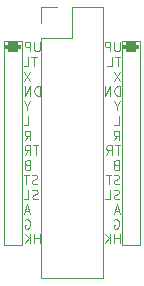
<source format=gbr>
%TF.GenerationSoftware,KiCad,Pcbnew,7.0.1*%
%TF.CreationDate,2023-04-02T01:17:48+09:00*%
%TF.ProjectId,joystick_gpio_input_1p_rasp_part,6a6f7973-7469-4636-9b5f-6770696f5f69,2*%
%TF.SameCoordinates,PX8841978PY69edb98*%
%TF.FileFunction,Legend,Bot*%
%TF.FilePolarity,Positive*%
%FSLAX46Y46*%
G04 Gerber Fmt 4.6, Leading zero omitted, Abs format (unit mm)*
G04 Created by KiCad (PCBNEW 7.0.1) date 2023-04-02 01:17:48*
%MOMM*%
%LPD*%
G01*
G04 APERTURE LIST*
G04 Aperture macros list*
%AMRoundRect*
0 Rectangle with rounded corners*
0 $1 Rounding radius*
0 $2 $3 $4 $5 $6 $7 $8 $9 X,Y pos of 4 corners*
0 Add a 4 corners polygon primitive as box body*
4,1,4,$2,$3,$4,$5,$6,$7,$8,$9,$2,$3,0*
0 Add four circle primitives for the rounded corners*
1,1,$1+$1,$2,$3*
1,1,$1+$1,$4,$5*
1,1,$1+$1,$6,$7*
1,1,$1+$1,$8,$9*
0 Add four rect primitives between the rounded corners*
20,1,$1+$1,$2,$3,$4,$5,0*
20,1,$1+$1,$4,$5,$6,$7,0*
20,1,$1+$1,$6,$7,$8,$9,0*
20,1,$1+$1,$8,$9,$2,$3,0*%
G04 Aperture macros list end*
%ADD10C,0.100000*%
%ADD11C,0.120000*%
%ADD12RoundRect,0.200000X-0.450000X0.200000X-0.450000X-0.200000X0.450000X-0.200000X0.450000X0.200000X0*%
%ADD13O,1.300000X0.800000*%
%ADD14R,1.700000X1.700000*%
%ADD15O,1.700000X1.700000*%
G04 APERTURE END LIST*
D10*
%TO.C,J8*%
X9398076Y5436010D02*
X9474266Y5474105D01*
X9474266Y5474105D02*
X9588552Y5474105D01*
X9588552Y5474105D02*
X9702838Y5436010D01*
X9702838Y5436010D02*
X9779028Y5359820D01*
X9779028Y5359820D02*
X9817123Y5283629D01*
X9817123Y5283629D02*
X9855219Y5131248D01*
X9855219Y5131248D02*
X9855219Y5016962D01*
X9855219Y5016962D02*
X9817123Y4864581D01*
X9817123Y4864581D02*
X9779028Y4788391D01*
X9779028Y4788391D02*
X9702838Y4712200D01*
X9702838Y4712200D02*
X9588552Y4674105D01*
X9588552Y4674105D02*
X9512361Y4674105D01*
X9512361Y4674105D02*
X9398076Y4712200D01*
X9398076Y4712200D02*
X9359980Y4750296D01*
X9359980Y4750296D02*
X9359980Y5016962D01*
X9359980Y5016962D02*
X9512361Y5016962D01*
X9931409Y11722505D02*
X9474266Y11722505D01*
X9702838Y10922505D02*
X9702838Y11722505D01*
X8750456Y10922505D02*
X9017123Y11303458D01*
X9207599Y10922505D02*
X9207599Y11722505D01*
X9207599Y11722505D02*
X8902837Y11722505D01*
X8902837Y11722505D02*
X8826647Y11684410D01*
X8826647Y11684410D02*
X8788552Y11646315D01*
X8788552Y11646315D02*
X8750456Y11570124D01*
X8750456Y11570124D02*
X8750456Y11455839D01*
X8750456Y11455839D02*
X8788552Y11379648D01*
X8788552Y11379648D02*
X8826647Y11341553D01*
X8826647Y11341553D02*
X8902837Y11303458D01*
X8902837Y11303458D02*
X9207599Y11303458D01*
X9893323Y15926305D02*
X9893323Y16726305D01*
X9893323Y16726305D02*
X9702847Y16726305D01*
X9702847Y16726305D02*
X9588561Y16688210D01*
X9588561Y16688210D02*
X9512371Y16612020D01*
X9512371Y16612020D02*
X9474276Y16535829D01*
X9474276Y16535829D02*
X9436180Y16383448D01*
X9436180Y16383448D02*
X9436180Y16269162D01*
X9436180Y16269162D02*
X9474276Y16116781D01*
X9474276Y16116781D02*
X9512371Y16040591D01*
X9512371Y16040591D02*
X9588561Y15964400D01*
X9588561Y15964400D02*
X9702847Y15926305D01*
X9702847Y15926305D02*
X9893323Y15926305D01*
X9093323Y15926305D02*
X9093323Y16726305D01*
X9093323Y16726305D02*
X8636180Y15926305D01*
X8636180Y15926305D02*
X8636180Y16726305D01*
X9855219Y7201400D02*
X9740933Y7163305D01*
X9740933Y7163305D02*
X9550457Y7163305D01*
X9550457Y7163305D02*
X9474266Y7201400D01*
X9474266Y7201400D02*
X9436171Y7239496D01*
X9436171Y7239496D02*
X9398076Y7315686D01*
X9398076Y7315686D02*
X9398076Y7391877D01*
X9398076Y7391877D02*
X9436171Y7468067D01*
X9436171Y7468067D02*
X9474266Y7506162D01*
X9474266Y7506162D02*
X9550457Y7544258D01*
X9550457Y7544258D02*
X9702838Y7582353D01*
X9702838Y7582353D02*
X9779028Y7620448D01*
X9779028Y7620448D02*
X9817123Y7658543D01*
X9817123Y7658543D02*
X9855219Y7734734D01*
X9855219Y7734734D02*
X9855219Y7810924D01*
X9855219Y7810924D02*
X9817123Y7887115D01*
X9817123Y7887115D02*
X9779028Y7925210D01*
X9779028Y7925210D02*
X9702838Y7963305D01*
X9702838Y7963305D02*
X9512361Y7963305D01*
X9512361Y7963305D02*
X9398076Y7925210D01*
X8674266Y7163305D02*
X9055218Y7163305D01*
X9055218Y7163305D02*
X9055218Y7963305D01*
X9436171Y13411705D02*
X9817123Y13411705D01*
X9817123Y13411705D02*
X9817123Y14211705D01*
X9359980Y12167105D02*
X9626647Y12548058D01*
X9817123Y12167105D02*
X9817123Y12967105D01*
X9817123Y12967105D02*
X9512361Y12967105D01*
X9512361Y12967105D02*
X9436171Y12929010D01*
X9436171Y12929010D02*
X9398076Y12890915D01*
X9398076Y12890915D02*
X9359980Y12814724D01*
X9359980Y12814724D02*
X9359980Y12700439D01*
X9359980Y12700439D02*
X9398076Y12624248D01*
X9398076Y12624248D02*
X9436171Y12586153D01*
X9436171Y12586153D02*
X9512361Y12548058D01*
X9512361Y12548058D02*
X9817123Y12548058D01*
X9855219Y6147277D02*
X9474266Y6147277D01*
X9931409Y5918705D02*
X9664742Y6718705D01*
X9664742Y6718705D02*
X9398076Y5918705D01*
X9893323Y20485505D02*
X9893323Y19837886D01*
X9893323Y19837886D02*
X9855228Y19761696D01*
X9855228Y19761696D02*
X9817133Y19723600D01*
X9817133Y19723600D02*
X9740942Y19685505D01*
X9740942Y19685505D02*
X9588561Y19685505D01*
X9588561Y19685505D02*
X9512371Y19723600D01*
X9512371Y19723600D02*
X9474276Y19761696D01*
X9474276Y19761696D02*
X9436180Y19837886D01*
X9436180Y19837886D02*
X9436180Y20485505D01*
X9055228Y19685505D02*
X9055228Y20485505D01*
X9055228Y20485505D02*
X8750466Y20485505D01*
X8750466Y20485505D02*
X8674276Y20447410D01*
X8674276Y20447410D02*
X8636181Y20409315D01*
X8636181Y20409315D02*
X8598085Y20333124D01*
X8598085Y20333124D02*
X8598085Y20218839D01*
X8598085Y20218839D02*
X8636181Y20142648D01*
X8636181Y20142648D02*
X8674276Y20104553D01*
X8674276Y20104553D02*
X8750466Y20066458D01*
X8750466Y20066458D02*
X9055228Y20066458D01*
X9664742Y15062658D02*
X9664742Y14681705D01*
X9931409Y15481705D02*
X9664742Y15062658D01*
X9664742Y15062658D02*
X9398076Y15481705D01*
X9855219Y8471400D02*
X9740933Y8433305D01*
X9740933Y8433305D02*
X9550457Y8433305D01*
X9550457Y8433305D02*
X9474266Y8471400D01*
X9474266Y8471400D02*
X9436171Y8509496D01*
X9436171Y8509496D02*
X9398076Y8585686D01*
X9398076Y8585686D02*
X9398076Y8661877D01*
X9398076Y8661877D02*
X9436171Y8738067D01*
X9436171Y8738067D02*
X9474266Y8776162D01*
X9474266Y8776162D02*
X9550457Y8814258D01*
X9550457Y8814258D02*
X9702838Y8852353D01*
X9702838Y8852353D02*
X9779028Y8890448D01*
X9779028Y8890448D02*
X9817123Y8928543D01*
X9817123Y8928543D02*
X9855219Y9004734D01*
X9855219Y9004734D02*
X9855219Y9080924D01*
X9855219Y9080924D02*
X9817123Y9157115D01*
X9817123Y9157115D02*
X9779028Y9195210D01*
X9779028Y9195210D02*
X9702838Y9233305D01*
X9702838Y9233305D02*
X9512361Y9233305D01*
X9512361Y9233305D02*
X9398076Y9195210D01*
X9169504Y9233305D02*
X8712361Y9233305D01*
X8940933Y8433305D02*
X8940933Y9233305D01*
X9893323Y3429505D02*
X9893323Y4229505D01*
X9893323Y3848553D02*
X9436180Y3848553D01*
X9436180Y3429505D02*
X9436180Y4229505D01*
X9055228Y3429505D02*
X9055228Y4229505D01*
X8598085Y3429505D02*
X8940943Y3886648D01*
X8598085Y4229505D02*
X9055228Y3772362D01*
X9550457Y10096953D02*
X9436171Y10058858D01*
X9436171Y10058858D02*
X9398076Y10020762D01*
X9398076Y10020762D02*
X9359980Y9944572D01*
X9359980Y9944572D02*
X9359980Y9830286D01*
X9359980Y9830286D02*
X9398076Y9754096D01*
X9398076Y9754096D02*
X9436171Y9716000D01*
X9436171Y9716000D02*
X9512361Y9677905D01*
X9512361Y9677905D02*
X9817123Y9677905D01*
X9817123Y9677905D02*
X9817123Y10477905D01*
X9817123Y10477905D02*
X9550457Y10477905D01*
X9550457Y10477905D02*
X9474266Y10439810D01*
X9474266Y10439810D02*
X9436171Y10401715D01*
X9436171Y10401715D02*
X9398076Y10325524D01*
X9398076Y10325524D02*
X9398076Y10249334D01*
X9398076Y10249334D02*
X9436171Y10173143D01*
X9436171Y10173143D02*
X9474266Y10135048D01*
X9474266Y10135048D02*
X9550457Y10096953D01*
X9550457Y10096953D02*
X9817123Y10096953D01*
X9893314Y17970905D02*
X9359980Y17170905D01*
X9359980Y17970905D02*
X9893314Y17170905D01*
X9931409Y19240905D02*
X9474266Y19240905D01*
X9702838Y18440905D02*
X9702838Y19240905D01*
X8826647Y18440905D02*
X9207599Y18440905D01*
X9207599Y18440905D02*
X9207599Y19240905D01*
%TO.C,J10*%
X1828780Y12167105D02*
X2095447Y12548058D01*
X2285923Y12167105D02*
X2285923Y12967105D01*
X2285923Y12967105D02*
X1981161Y12967105D01*
X1981161Y12967105D02*
X1904971Y12929010D01*
X1904971Y12929010D02*
X1866876Y12890915D01*
X1866876Y12890915D02*
X1828780Y12814724D01*
X1828780Y12814724D02*
X1828780Y12700439D01*
X1828780Y12700439D02*
X1866876Y12624248D01*
X1866876Y12624248D02*
X1904971Y12586153D01*
X1904971Y12586153D02*
X1981161Y12548058D01*
X1981161Y12548058D02*
X2285923Y12548058D01*
X2019256Y15062658D02*
X2019256Y14681705D01*
X2285923Y15481705D02*
X2019256Y15062658D01*
X2019256Y15062658D02*
X1752590Y15481705D01*
X3124018Y3429505D02*
X3124018Y4229505D01*
X3124018Y3848553D02*
X2666875Y3848553D01*
X2666875Y3429505D02*
X2666875Y4229505D01*
X2285923Y3429505D02*
X2285923Y4229505D01*
X1828780Y3429505D02*
X2171638Y3886648D01*
X1828780Y4229505D02*
X2285923Y3772362D01*
X2857352Y19240905D02*
X2400209Y19240905D01*
X2628781Y18440905D02*
X2628781Y19240905D01*
X1752590Y18440905D02*
X2133542Y18440905D01*
X2133542Y18440905D02*
X2133542Y19240905D01*
X2324019Y17970905D02*
X1790685Y17170905D01*
X1790685Y17970905D02*
X2324019Y17170905D01*
X1866876Y5436010D02*
X1943066Y5474105D01*
X1943066Y5474105D02*
X2057352Y5474105D01*
X2057352Y5474105D02*
X2171638Y5436010D01*
X2171638Y5436010D02*
X2247828Y5359820D01*
X2247828Y5359820D02*
X2285923Y5283629D01*
X2285923Y5283629D02*
X2324019Y5131248D01*
X2324019Y5131248D02*
X2324019Y5016962D01*
X2324019Y5016962D02*
X2285923Y4864581D01*
X2285923Y4864581D02*
X2247828Y4788391D01*
X2247828Y4788391D02*
X2171638Y4712200D01*
X2171638Y4712200D02*
X2057352Y4674105D01*
X2057352Y4674105D02*
X1981161Y4674105D01*
X1981161Y4674105D02*
X1866876Y4712200D01*
X1866876Y4712200D02*
X1828780Y4750296D01*
X1828780Y4750296D02*
X1828780Y5016962D01*
X1828780Y5016962D02*
X1981161Y5016962D01*
X2209733Y6147277D02*
X1828780Y6147277D01*
X2285923Y5918705D02*
X2019256Y6718705D01*
X2019256Y6718705D02*
X1752590Y5918705D01*
X3009733Y11722505D02*
X2552590Y11722505D01*
X2781162Y10922505D02*
X2781162Y11722505D01*
X1828780Y10922505D02*
X2095447Y11303458D01*
X2285923Y10922505D02*
X2285923Y11722505D01*
X2285923Y11722505D02*
X1981161Y11722505D01*
X1981161Y11722505D02*
X1904971Y11684410D01*
X1904971Y11684410D02*
X1866876Y11646315D01*
X1866876Y11646315D02*
X1828780Y11570124D01*
X1828780Y11570124D02*
X1828780Y11455839D01*
X1828780Y11455839D02*
X1866876Y11379648D01*
X1866876Y11379648D02*
X1904971Y11341553D01*
X1904971Y11341553D02*
X1981161Y11303458D01*
X1981161Y11303458D02*
X2285923Y11303458D01*
X2895448Y8471400D02*
X2781162Y8433305D01*
X2781162Y8433305D02*
X2590686Y8433305D01*
X2590686Y8433305D02*
X2514495Y8471400D01*
X2514495Y8471400D02*
X2476400Y8509496D01*
X2476400Y8509496D02*
X2438305Y8585686D01*
X2438305Y8585686D02*
X2438305Y8661877D01*
X2438305Y8661877D02*
X2476400Y8738067D01*
X2476400Y8738067D02*
X2514495Y8776162D01*
X2514495Y8776162D02*
X2590686Y8814258D01*
X2590686Y8814258D02*
X2743067Y8852353D01*
X2743067Y8852353D02*
X2819257Y8890448D01*
X2819257Y8890448D02*
X2857352Y8928543D01*
X2857352Y8928543D02*
X2895448Y9004734D01*
X2895448Y9004734D02*
X2895448Y9080924D01*
X2895448Y9080924D02*
X2857352Y9157115D01*
X2857352Y9157115D02*
X2819257Y9195210D01*
X2819257Y9195210D02*
X2743067Y9233305D01*
X2743067Y9233305D02*
X2552590Y9233305D01*
X2552590Y9233305D02*
X2438305Y9195210D01*
X2209733Y9233305D02*
X1752590Y9233305D01*
X1981162Y8433305D02*
X1981162Y9233305D01*
X3124018Y15926305D02*
X3124018Y16726305D01*
X3124018Y16726305D02*
X2933542Y16726305D01*
X2933542Y16726305D02*
X2819256Y16688210D01*
X2819256Y16688210D02*
X2743066Y16612020D01*
X2743066Y16612020D02*
X2704971Y16535829D01*
X2704971Y16535829D02*
X2666875Y16383448D01*
X2666875Y16383448D02*
X2666875Y16269162D01*
X2666875Y16269162D02*
X2704971Y16116781D01*
X2704971Y16116781D02*
X2743066Y16040591D01*
X2743066Y16040591D02*
X2819256Y15964400D01*
X2819256Y15964400D02*
X2933542Y15926305D01*
X2933542Y15926305D02*
X3124018Y15926305D01*
X2324018Y15926305D02*
X2324018Y16726305D01*
X2324018Y16726305D02*
X1866875Y15926305D01*
X1866875Y15926305D02*
X1866875Y16726305D01*
X3124018Y20485505D02*
X3124018Y19837886D01*
X3124018Y19837886D02*
X3085923Y19761696D01*
X3085923Y19761696D02*
X3047828Y19723600D01*
X3047828Y19723600D02*
X2971637Y19685505D01*
X2971637Y19685505D02*
X2819256Y19685505D01*
X2819256Y19685505D02*
X2743066Y19723600D01*
X2743066Y19723600D02*
X2704971Y19761696D01*
X2704971Y19761696D02*
X2666875Y19837886D01*
X2666875Y19837886D02*
X2666875Y20485505D01*
X2285923Y19685505D02*
X2285923Y20485505D01*
X2285923Y20485505D02*
X1981161Y20485505D01*
X1981161Y20485505D02*
X1904971Y20447410D01*
X1904971Y20447410D02*
X1866876Y20409315D01*
X1866876Y20409315D02*
X1828780Y20333124D01*
X1828780Y20333124D02*
X1828780Y20218839D01*
X1828780Y20218839D02*
X1866876Y20142648D01*
X1866876Y20142648D02*
X1904971Y20104553D01*
X1904971Y20104553D02*
X1981161Y20066458D01*
X1981161Y20066458D02*
X2285923Y20066458D01*
X2933543Y7201400D02*
X2819257Y7163305D01*
X2819257Y7163305D02*
X2628781Y7163305D01*
X2628781Y7163305D02*
X2552590Y7201400D01*
X2552590Y7201400D02*
X2514495Y7239496D01*
X2514495Y7239496D02*
X2476400Y7315686D01*
X2476400Y7315686D02*
X2476400Y7391877D01*
X2476400Y7391877D02*
X2514495Y7468067D01*
X2514495Y7468067D02*
X2552590Y7506162D01*
X2552590Y7506162D02*
X2628781Y7544258D01*
X2628781Y7544258D02*
X2781162Y7582353D01*
X2781162Y7582353D02*
X2857352Y7620448D01*
X2857352Y7620448D02*
X2895447Y7658543D01*
X2895447Y7658543D02*
X2933543Y7734734D01*
X2933543Y7734734D02*
X2933543Y7810924D01*
X2933543Y7810924D02*
X2895447Y7887115D01*
X2895447Y7887115D02*
X2857352Y7925210D01*
X2857352Y7925210D02*
X2781162Y7963305D01*
X2781162Y7963305D02*
X2590685Y7963305D01*
X2590685Y7963305D02*
X2476400Y7925210D01*
X1752590Y7163305D02*
X2133542Y7163305D01*
X2133542Y7163305D02*
X2133542Y7963305D01*
X1752590Y13411705D02*
X2133542Y13411705D01*
X2133542Y13411705D02*
X2133542Y14211705D01*
X2019257Y10096953D02*
X1904971Y10058858D01*
X1904971Y10058858D02*
X1866876Y10020762D01*
X1866876Y10020762D02*
X1828780Y9944572D01*
X1828780Y9944572D02*
X1828780Y9830286D01*
X1828780Y9830286D02*
X1866876Y9754096D01*
X1866876Y9754096D02*
X1904971Y9716000D01*
X1904971Y9716000D02*
X1981161Y9677905D01*
X1981161Y9677905D02*
X2285923Y9677905D01*
X2285923Y9677905D02*
X2285923Y10477905D01*
X2285923Y10477905D02*
X2019257Y10477905D01*
X2019257Y10477905D02*
X1943066Y10439810D01*
X1943066Y10439810D02*
X1904971Y10401715D01*
X1904971Y10401715D02*
X1866876Y10325524D01*
X1866876Y10325524D02*
X1866876Y10249334D01*
X1866876Y10249334D02*
X1904971Y10173143D01*
X1904971Y10173143D02*
X1943066Y10135048D01*
X1943066Y10135048D02*
X2019257Y10096953D01*
X2019257Y10096953D02*
X2285923Y10096953D01*
D11*
%TO.C,J8*%
X11607800Y20563600D02*
X10083800Y20563600D01*
X10083800Y20563600D02*
X10083800Y3291600D01*
X11607800Y3291600D02*
X11607800Y20563600D01*
X11607800Y3291600D02*
X10083800Y3291600D01*
%TO.C,J6*%
X8462400Y453000D02*
X3262400Y453000D01*
X8462400Y23433000D02*
X8462400Y453000D01*
X8462400Y23433000D02*
X5862400Y23433000D01*
X5862400Y20833000D02*
X3262400Y20833000D01*
X5862400Y23433000D02*
X5862400Y20833000D01*
X4592400Y23433000D02*
X3262400Y23433000D01*
X3262400Y20833000D02*
X3262400Y453000D01*
X3262400Y23433000D02*
X3262400Y22103000D01*
%TO.C,J10*%
X1625600Y20563600D02*
X101600Y20563600D01*
X101600Y20563600D02*
X101600Y3291600D01*
X1625600Y3291600D02*
X1625600Y20563600D01*
X1625600Y3291600D02*
X101600Y3291600D01*
%TD*%
%LPC*%
D12*
%TO.C,J8*%
X10845800Y20055600D03*
D13*
X10845800Y18805600D03*
X10845800Y17555600D03*
X10845800Y16305600D03*
X10845800Y15055600D03*
X10845800Y13805600D03*
X10845800Y12555600D03*
X10845800Y11305600D03*
X10845800Y10055600D03*
X10845800Y8805600D03*
X10845800Y7555600D03*
X10845800Y6305600D03*
X10845800Y5055600D03*
X10845800Y3805600D03*
%TD*%
D14*
%TO.C,J6*%
X4592400Y22103000D03*
D15*
X7132400Y22103000D03*
X4592400Y19563000D03*
X7132400Y19563000D03*
X4592400Y17023000D03*
X7132400Y17023000D03*
X4592400Y14483000D03*
X7132400Y14483000D03*
X4592400Y11943000D03*
X7132400Y11943000D03*
X4592400Y9403000D03*
X7132400Y9403000D03*
X4592400Y6863000D03*
X7132400Y6863000D03*
X4592400Y4323000D03*
X7132400Y4323000D03*
X4592400Y1783000D03*
X7132400Y1783000D03*
%TD*%
D12*
%TO.C,J10*%
X863600Y20055600D03*
D13*
X863600Y18805600D03*
X863600Y17555600D03*
X863600Y16305600D03*
X863600Y15055600D03*
X863600Y13805600D03*
X863600Y12555600D03*
X863600Y11305600D03*
X863600Y10055600D03*
X863600Y8805600D03*
X863600Y7555600D03*
X863600Y6305600D03*
X863600Y5055600D03*
X863600Y3805600D03*
%TD*%
M02*

</source>
